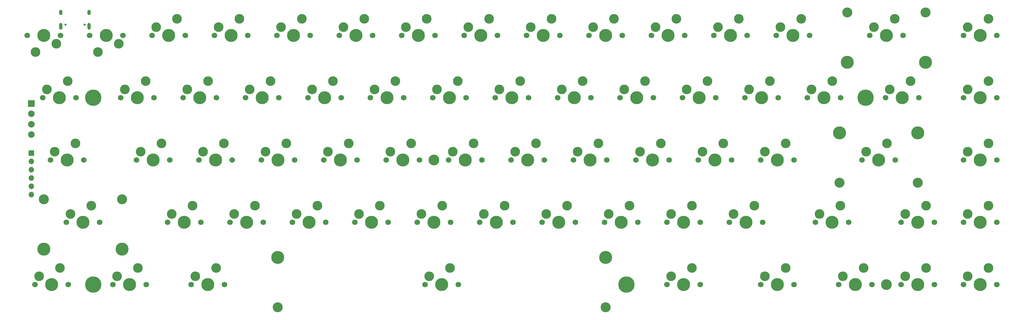
<source format=gbr>
%TF.GenerationSoftware,KiCad,Pcbnew,(5.99.0-2809-gaceed2b0a4)*%
%TF.CreationDate,2020-09-01T01:10:01-04:00*%
%TF.ProjectId,athene-pcb-f072,61746865-6e65-42d7-9063-622d66303732,rev?*%
%TF.SameCoordinates,Original*%
%TF.FileFunction,Soldermask,Top*%
%TF.FilePolarity,Negative*%
%FSLAX46Y46*%
G04 Gerber Fmt 4.6, Leading zero omitted, Abs format (unit mm)*
G04 Created by KiCad (PCBNEW (5.99.0-2809-gaceed2b0a4)) date 2020-09-01 01:10:01*
%MOMM*%
%LPD*%
G01*
G04 APERTURE LIST*
%ADD10C,5.000000*%
%ADD11C,3.987800*%
%ADD12C,3.048000*%
%ADD13C,3.300000*%
%ADD14R,1.700000X1.700000*%
%ADD15O,1.700000X1.700000*%
%ADD16C,3.980180*%
%ADD17C,1.700000*%
%ADD18C,2.950000*%
%ADD19C,0.650000*%
%ADD20O,1.000000X2.100000*%
%ADD21O,1.000000X1.600000*%
%ADD22R,1.998980X1.998980*%
%ADD23C,1.998980*%
G04 APERTURE END LIST*
D10*
%TO.C,H4*%
X203200000Y-101600000D03*
%TD*%
D11*
%TO.C,ST_LSHIFT*%
X49244250Y-90805000D03*
D12*
X25368250Y-75565000D03*
D11*
X25368250Y-90805000D03*
D12*
X49244250Y-75565000D03*
%TD*%
%TO.C,ST_BKSP*%
X270637000Y-18415000D03*
D11*
X270637000Y-33655000D03*
D12*
X294513000Y-18415000D03*
D11*
X294513000Y-33655000D03*
%TD*%
D13*
%TO.C,H5*%
X282575000Y-101600000D03*
%TD*%
%TO.C,H3*%
X144462500Y-63500000D03*
%TD*%
D10*
%TO.C,H2*%
X40481250Y-101600000D03*
%TD*%
D11*
%TO.C,ST_ENTER*%
X292131750Y-55245000D03*
X268255750Y-55245000D03*
D12*
X292131750Y-70485000D03*
X268255750Y-70485000D03*
%TD*%
D10*
%TO.C,H1*%
X40481250Y-44450000D03*
%TD*%
D14*
%TO.C,J3*%
X21590000Y-61366400D03*
D15*
X21590000Y-63906400D03*
X21590000Y-66446400D03*
X21590000Y-68986400D03*
X21590000Y-71526400D03*
X21590000Y-74066400D03*
%TD*%
D10*
%TO.C,H6*%
X276225000Y-44454000D03*
%TD*%
D16*
%TO.C,K54*%
X220662500Y-82550000D03*
D17*
X215582500Y-82550000D03*
D18*
X223202500Y-77470000D03*
X216852500Y-80010000D03*
D17*
X225742500Y-82550000D03*
%TD*%
D19*
%TO.C,J1*%
X32035000Y-22062500D03*
X37815000Y-22062500D03*
D20*
X30605000Y-22592500D03*
D21*
X39245000Y-18412500D03*
X30605000Y-18412500D03*
D20*
X39245000Y-22592500D03*
%TD*%
D17*
%TO.C,K14*%
X287655000Y-25400000D03*
D18*
X278765000Y-22860000D03*
D16*
X282575000Y-25400000D03*
D17*
X277495000Y-25400000D03*
D18*
X285115000Y-20320000D03*
%TD*%
%TO.C,K58*%
X313690000Y-77470000D03*
X307340000Y-80010000D03*
D17*
X306070000Y-82550000D03*
D16*
X311150000Y-82550000D03*
D17*
X316230000Y-82550000D03*
%TD*%
D18*
%TO.C,K24*%
X183515000Y-41910000D03*
D17*
X192405000Y-44450000D03*
X182245000Y-44450000D03*
D18*
X189865000Y-39370000D03*
D16*
X187325000Y-44450000D03*
%TD*%
%TO.C,K51*%
X163512500Y-82550000D03*
D18*
X159702500Y-80010000D03*
D17*
X168592500Y-82550000D03*
D18*
X166052500Y-77470000D03*
D17*
X158432500Y-82550000D03*
%TD*%
D16*
%TO.C,K22*%
X149225000Y-44450000D03*
D18*
X145415000Y-41910000D03*
D17*
X154305000Y-44450000D03*
X144145000Y-44450000D03*
D18*
X151765000Y-39370000D03*
%TD*%
D17*
%TO.C,K59*%
X22701250Y-101600000D03*
D18*
X30321250Y-96520000D03*
D16*
X27781250Y-101600000D03*
D17*
X32861250Y-101600000D03*
D18*
X23971250Y-99060000D03*
%TD*%
D17*
%TO.C,K15*%
X306070000Y-25400000D03*
X316230000Y-25400000D03*
D18*
X307340000Y-22860000D03*
X313690000Y-20320000D03*
D16*
X311150000Y-25400000D03*
%TD*%
D18*
%TO.C,K6*%
X116840000Y-22860000D03*
D17*
X115570000Y-25400000D03*
D18*
X123190000Y-20320000D03*
D17*
X125730000Y-25400000D03*
D16*
X120650000Y-25400000D03*
%TD*%
%TO.C,K55*%
X239712500Y-82550000D03*
D17*
X234632500Y-82550000D03*
D18*
X235902500Y-80010000D03*
X242252500Y-77470000D03*
D17*
X244792500Y-82550000D03*
%TD*%
D18*
%TO.C,K9*%
X180340000Y-20320000D03*
D17*
X172720000Y-25400000D03*
D18*
X173990000Y-22860000D03*
D17*
X182880000Y-25400000D03*
D16*
X177800000Y-25400000D03*
%TD*%
D18*
%TO.C,K53*%
X204152500Y-77470000D03*
D16*
X201612500Y-82550000D03*
D18*
X197802500Y-80010000D03*
D17*
X206692500Y-82550000D03*
X196532500Y-82550000D03*
%TD*%
D18*
%TO.C,K31*%
X28733750Y-60960000D03*
D17*
X37623750Y-63500000D03*
D16*
X32543750Y-63500000D03*
D18*
X35083750Y-58420000D03*
D17*
X27463750Y-63500000D03*
%TD*%
D18*
%TO.C,K28*%
X259715000Y-41910000D03*
D17*
X258445000Y-44450000D03*
X268605000Y-44450000D03*
D16*
X263525000Y-44450000D03*
D18*
X266065000Y-39370000D03*
%TD*%
%TO.C,K30*%
X307340000Y-41910000D03*
D17*
X316230000Y-44450000D03*
D16*
X311150000Y-44450000D03*
D17*
X306070000Y-44450000D03*
D18*
X313690000Y-39370000D03*
%TD*%
D17*
%TO.C,K23*%
X173355000Y-44450000D03*
D16*
X168275000Y-44450000D03*
D18*
X164465000Y-41910000D03*
X170815000Y-39370000D03*
D17*
X163195000Y-44450000D03*
%TD*%
D22*
%TO.C,J2*%
X21590000Y-46228000D03*
D23*
X21590000Y-49403000D03*
X21590000Y-52578000D03*
X21590000Y-55753000D03*
%TD*%
D18*
%TO.C,K17*%
X50165000Y-41910000D03*
D17*
X48895000Y-44450000D03*
D18*
X56515000Y-39370000D03*
D16*
X53975000Y-44450000D03*
D17*
X59055000Y-44450000D03*
%TD*%
D16*
%TO.C,K26*%
X225425000Y-44450000D03*
D17*
X220345000Y-44450000D03*
X230505000Y-44450000D03*
D18*
X221615000Y-41910000D03*
X227965000Y-39370000D03*
%TD*%
D17*
%TO.C,K61*%
X70326250Y-101600000D03*
X80486250Y-101600000D03*
D16*
X75406250Y-101600000D03*
D18*
X71596250Y-99060000D03*
X77946250Y-96520000D03*
%TD*%
%TO.C,K5*%
X97790000Y-22860000D03*
D17*
X106680000Y-25400000D03*
X96520000Y-25400000D03*
D16*
X101600000Y-25400000D03*
D18*
X104140000Y-20320000D03*
%TD*%
D17*
%TO.C,K29*%
X292417500Y-44450000D03*
D18*
X283527500Y-41910000D03*
D17*
X282257500Y-44450000D03*
D16*
X287337500Y-44450000D03*
D18*
X289877500Y-39370000D03*
%TD*%
%TO.C,K47*%
X89852500Y-77470000D03*
X83502500Y-80010000D03*
D16*
X87312500Y-82550000D03*
D17*
X82232500Y-82550000D03*
X92392500Y-82550000D03*
%TD*%
%TO.C,K64*%
X254317500Y-101600000D03*
D18*
X245427500Y-99060000D03*
X251777500Y-96520000D03*
D17*
X244157500Y-101600000D03*
D16*
X249237500Y-101600000D03*
%TD*%
D18*
%TO.C,K2*%
X41910000Y-30480000D03*
D17*
X49530000Y-25400000D03*
X39370000Y-25400000D03*
D18*
X48260000Y-27940000D03*
D16*
X44450000Y-25400000D03*
%TD*%
%TO.C,K42*%
X249237500Y-63500000D03*
D17*
X254317500Y-63500000D03*
D18*
X245427500Y-60960000D03*
D17*
X244157500Y-63500000D03*
D18*
X251777500Y-58420000D03*
%TD*%
%TO.C,K38*%
X169227500Y-60960000D03*
D16*
X173037500Y-63500000D03*
D17*
X178117500Y-63500000D03*
D18*
X175577500Y-58420000D03*
D17*
X167957500Y-63500000D03*
%TD*%
%TO.C,K20*%
X106045000Y-44450000D03*
D16*
X111125000Y-44450000D03*
D18*
X113665000Y-39370000D03*
D17*
X116205000Y-44450000D03*
D18*
X107315000Y-41910000D03*
%TD*%
D17*
%TO.C,K52*%
X187642500Y-82550000D03*
X177482500Y-82550000D03*
D18*
X185102500Y-77470000D03*
D16*
X182562500Y-82550000D03*
D18*
X178752500Y-80010000D03*
%TD*%
D16*
%TO.C,K27*%
X244475000Y-44450000D03*
D18*
X240665000Y-41910000D03*
D17*
X249555000Y-44450000D03*
X239395000Y-44450000D03*
D18*
X247015000Y-39370000D03*
%TD*%
%TO.C,K4*%
X85090000Y-20320000D03*
D17*
X77470000Y-25400000D03*
D16*
X82550000Y-25400000D03*
D17*
X87630000Y-25400000D03*
D18*
X78740000Y-22860000D03*
%TD*%
D17*
%TO.C,K48*%
X111442500Y-82550000D03*
X101282500Y-82550000D03*
D18*
X102552500Y-80010000D03*
D16*
X106362500Y-82550000D03*
D18*
X108902500Y-77470000D03*
%TD*%
%TO.C,K49*%
X127952500Y-77470000D03*
D17*
X120332500Y-82550000D03*
D16*
X125412500Y-82550000D03*
D18*
X121602500Y-80010000D03*
D17*
X130492500Y-82550000D03*
%TD*%
%TO.C,K41*%
X235267500Y-63500000D03*
D16*
X230187500Y-63500000D03*
D18*
X226377500Y-60960000D03*
D17*
X225107500Y-63500000D03*
D18*
X232727500Y-58420000D03*
%TD*%
D17*
%TO.C,K33*%
X82867500Y-63500000D03*
D18*
X73977500Y-60960000D03*
X80327500Y-58420000D03*
D16*
X77787500Y-63500000D03*
D17*
X72707500Y-63500000D03*
%TD*%
%TO.C,K1*%
X20320000Y-25400000D03*
D18*
X29210000Y-27940000D03*
D16*
X25400000Y-25400000D03*
D17*
X30480000Y-25400000D03*
D18*
X22860000Y-30480000D03*
%TD*%
D11*
%TO.C,ST_SPACE*%
X96805750Y-93345000D03*
D12*
X196881750Y-108585000D03*
D11*
X196881750Y-93345000D03*
D12*
X96805750Y-108585000D03*
%TD*%
D18*
%TO.C,K32*%
X54927500Y-60960000D03*
D17*
X63817500Y-63500000D03*
X53657500Y-63500000D03*
D18*
X61277500Y-58420000D03*
D16*
X58737500Y-63500000D03*
%TD*%
D17*
%TO.C,K19*%
X86995000Y-44450000D03*
D16*
X92075000Y-44450000D03*
D18*
X94615000Y-39370000D03*
D17*
X97155000Y-44450000D03*
D18*
X88265000Y-41910000D03*
%TD*%
%TO.C,K18*%
X75565000Y-39370000D03*
D17*
X67945000Y-44450000D03*
D16*
X73025000Y-44450000D03*
D18*
X69215000Y-41910000D03*
D17*
X78105000Y-44450000D03*
%TD*%
D18*
%TO.C,K25*%
X202565000Y-41910000D03*
D17*
X201295000Y-44450000D03*
D16*
X206375000Y-44450000D03*
D17*
X211455000Y-44450000D03*
D18*
X208915000Y-39370000D03*
%TD*%
%TO.C,K50*%
X147002500Y-77470000D03*
X140652500Y-80010000D03*
D16*
X144462500Y-82550000D03*
D17*
X139382500Y-82550000D03*
X149542500Y-82550000D03*
%TD*%
%TO.C,K45*%
X32226250Y-82550000D03*
D16*
X37306250Y-82550000D03*
D17*
X42386250Y-82550000D03*
D18*
X33496250Y-80010000D03*
X39846250Y-77470000D03*
%TD*%
%TO.C,K36*%
X137477500Y-58420000D03*
D17*
X140017500Y-63500000D03*
D18*
X131127500Y-60960000D03*
D17*
X129857500Y-63500000D03*
D16*
X134937500Y-63500000D03*
%TD*%
D18*
%TO.C,K39*%
X188277500Y-60960000D03*
D17*
X197167500Y-63500000D03*
X187007500Y-63500000D03*
D18*
X194627500Y-58420000D03*
D16*
X192087500Y-63500000D03*
%TD*%
D17*
%TO.C,K3*%
X68580000Y-25400000D03*
D16*
X63500000Y-25400000D03*
D17*
X58420000Y-25400000D03*
D18*
X59690000Y-22860000D03*
X66040000Y-20320000D03*
%TD*%
D17*
%TO.C,K37*%
X159067500Y-63500000D03*
X148907500Y-63500000D03*
D16*
X153987500Y-63500000D03*
D18*
X156527500Y-58420000D03*
X150177500Y-60960000D03*
%TD*%
D17*
%TO.C,K60*%
X56673750Y-101600000D03*
D18*
X54133750Y-96520000D03*
D16*
X51593750Y-101600000D03*
D17*
X46513750Y-101600000D03*
D18*
X47783750Y-99060000D03*
%TD*%
D17*
%TO.C,K40*%
X216217500Y-63500000D03*
D18*
X213677500Y-58420000D03*
D16*
X211137500Y-63500000D03*
D17*
X206057500Y-63500000D03*
D18*
X207327500Y-60960000D03*
%TD*%
%TO.C,K43*%
X276383750Y-60960000D03*
X282733750Y-58420000D03*
D16*
X280193750Y-63500000D03*
D17*
X275113750Y-63500000D03*
X285273750Y-63500000D03*
%TD*%
D18*
%TO.C,K10*%
X193040000Y-22860000D03*
X199390000Y-20320000D03*
D17*
X201930000Y-25400000D03*
X191770000Y-25400000D03*
D16*
X196850000Y-25400000D03*
%TD*%
D18*
%TO.C,K46*%
X64452500Y-80010000D03*
D17*
X73342500Y-82550000D03*
X63182500Y-82550000D03*
D16*
X68262500Y-82550000D03*
D18*
X70802500Y-77470000D03*
%TD*%
%TO.C,K56*%
X268446250Y-77470000D03*
D16*
X265906250Y-82550000D03*
D17*
X260826250Y-82550000D03*
D18*
X262096250Y-80010000D03*
D17*
X270986250Y-82550000D03*
%TD*%
%TO.C,K13*%
X259080000Y-25400000D03*
D18*
X256540000Y-20320000D03*
D17*
X248920000Y-25400000D03*
D16*
X254000000Y-25400000D03*
D18*
X250190000Y-22860000D03*
%TD*%
%TO.C,K34*%
X99377500Y-58420000D03*
D17*
X101917500Y-63500000D03*
X91757500Y-63500000D03*
D18*
X93027500Y-60960000D03*
D16*
X96837500Y-63500000D03*
%TD*%
D18*
%TO.C,K62*%
X143033750Y-99060000D03*
D17*
X141763750Y-101600000D03*
D16*
X146843750Y-101600000D03*
D17*
X151923750Y-101600000D03*
D18*
X149383750Y-96520000D03*
%TD*%
D17*
%TO.C,K35*%
X120967500Y-63500000D03*
X110807500Y-63500000D03*
D18*
X112077500Y-60960000D03*
D16*
X115887500Y-63500000D03*
D18*
X118427500Y-58420000D03*
%TD*%
D16*
%TO.C,K65*%
X273050000Y-101600000D03*
D18*
X269240000Y-99060000D03*
D17*
X267970000Y-101600000D03*
D18*
X275590000Y-96520000D03*
D17*
X278130000Y-101600000D03*
%TD*%
%TO.C,K63*%
X215582500Y-101600000D03*
X225742500Y-101600000D03*
D18*
X223202500Y-96520000D03*
X216852500Y-99060000D03*
D16*
X220662500Y-101600000D03*
%TD*%
%TO.C,K44*%
X311150000Y-63500000D03*
D18*
X307340000Y-60960000D03*
D17*
X306070000Y-63500000D03*
X316230000Y-63500000D03*
D18*
X313690000Y-58420000D03*
%TD*%
D17*
%TO.C,K16*%
X35242500Y-44450000D03*
D18*
X26352500Y-41910000D03*
D17*
X25082500Y-44450000D03*
D18*
X32702500Y-39370000D03*
D16*
X30162500Y-44450000D03*
%TD*%
D18*
%TO.C,K67*%
X313690000Y-96520000D03*
D16*
X311150000Y-101600000D03*
D17*
X306070000Y-101600000D03*
X316230000Y-101600000D03*
D18*
X307340000Y-99060000D03*
%TD*%
D17*
%TO.C,K57*%
X287020000Y-82550000D03*
D16*
X292100000Y-82550000D03*
D18*
X288290000Y-80010000D03*
D17*
X297180000Y-82550000D03*
D18*
X294640000Y-77470000D03*
%TD*%
D16*
%TO.C,K66*%
X292100000Y-101600000D03*
D18*
X288290000Y-99060000D03*
X294640000Y-96520000D03*
D17*
X297180000Y-101600000D03*
X287020000Y-101600000D03*
%TD*%
D16*
%TO.C,K11*%
X215900000Y-25400000D03*
D17*
X210820000Y-25400000D03*
D18*
X218440000Y-20320000D03*
X212090000Y-22860000D03*
D17*
X220980000Y-25400000D03*
%TD*%
%TO.C,K8*%
X153670000Y-25400000D03*
X163830000Y-25400000D03*
D18*
X161290000Y-20320000D03*
D16*
X158750000Y-25400000D03*
D18*
X154940000Y-22860000D03*
%TD*%
D16*
%TO.C,K7*%
X139700000Y-25400000D03*
D17*
X134620000Y-25400000D03*
D18*
X142240000Y-20320000D03*
X135890000Y-22860000D03*
D17*
X144780000Y-25400000D03*
%TD*%
%TO.C,K21*%
X135255000Y-44450000D03*
X125095000Y-44450000D03*
D18*
X126365000Y-41910000D03*
D16*
X130175000Y-44450000D03*
D18*
X132715000Y-39370000D03*
%TD*%
D17*
%TO.C,K12*%
X229870000Y-25400000D03*
D18*
X231140000Y-22860000D03*
X237490000Y-20320000D03*
D17*
X240030000Y-25400000D03*
D16*
X234950000Y-25400000D03*
%TD*%
M02*

</source>
